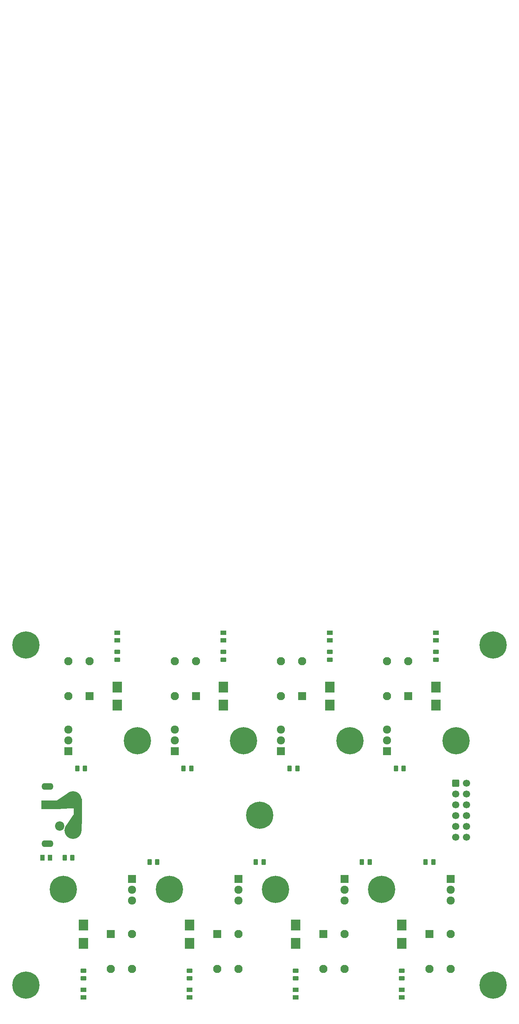
<source format=gbr>
G04 #@! TF.GenerationSoftware,KiCad,Pcbnew,(6.0.5)*
G04 #@! TF.CreationDate,2022-06-25T18:23:24-07:00*
G04 #@! TF.ProjectId,solid_state_relays_24v,736f6c69-645f-4737-9461-74655f72656c,0.0.6*
G04 #@! TF.SameCoordinates,Original*
G04 #@! TF.FileFunction,Soldermask,Top*
G04 #@! TF.FilePolarity,Negative*
%FSLAX46Y46*%
G04 Gerber Fmt 4.6, Leading zero omitted, Abs format (unit mm)*
G04 Created by KiCad (PCBNEW (6.0.5)) date 2022-06-25 18:23:24*
%MOMM*%
%LPD*%
G01*
G04 APERTURE LIST*
G04 Aperture macros list*
%AMRoundRect*
0 Rectangle with rounded corners*
0 $1 Rounding radius*
0 $2 $3 $4 $5 $6 $7 $8 $9 X,Y pos of 4 corners*
0 Add a 4 corners polygon primitive as box body*
4,1,4,$2,$3,$4,$5,$6,$7,$8,$9,$2,$3,0*
0 Add four circle primitives for the rounded corners*
1,1,$1+$1,$2,$3*
1,1,$1+$1,$4,$5*
1,1,$1+$1,$6,$7*
1,1,$1+$1,$8,$9*
0 Add four rect primitives between the rounded corners*
20,1,$1+$1,$2,$3,$4,$5,0*
20,1,$1+$1,$4,$5,$6,$7,0*
20,1,$1+$1,$6,$7,$8,$9,0*
20,1,$1+$1,$8,$9,$2,$3,0*%
%AMFreePoly0*
4,1,49,2.135355,7.464855,2.150000,7.429500,2.150000,3.175000,2.148124,3.170471,2.148343,3.170047,2.149457,3.156966,2.153880,3.144602,1.999446,0.007822,2.000000,0.000000,1.996053,-0.125581,1.958446,-0.405575,1.881762,-0.677476,1.767531,-0.935860,1.618034,-1.175571,1.436253,-1.391826,1.225814,-1.580310,0.990917,-1.737263,0.736249,-1.859553,0.466891,-1.944740,0.188217,-1.991124,
-0.094213,-1.997780,-0.374763,-1.964575,-0.647835,-1.892171,-0.907981,-1.782013,-1.150011,-1.636299,-1.369094,-1.457937,-1.560861,-1.250485,-1.721484,-1.018083,-1.847759,-0.765367,-1.937166,-0.497380,-1.987922,-0.219469,-1.999013,0.062822,-1.970219,0.343858,-1.902113,0.618034,-1.796055,0.879878,-1.775958,0.914478,-1.775454,0.916957,-1.768707,0.926961,-1.654161,1.124167,-1.526461,1.286153,
0.066046,3.647457,0.079502,3.656364,0.091689,3.666934,0.167860,3.692324,0.167860,7.429500,0.182505,7.464855,0.217860,7.479500,2.100000,7.479500,2.135355,7.464855,2.135355,7.464855,$1*%
%AMFreePoly1*
4,1,47,-0.199145,7.464855,-0.184500,7.429500,-0.184500,3.805567,-0.165806,3.789025,-0.162929,3.783124,-0.157457,3.779494,1.488463,1.333474,1.488900,1.331313,1.520812,1.298896,1.688656,1.071654,1.822807,0.823029,1.920587,0.557982,1.980047,0.281802,2.000000,0.000000,1.996053,-0.125581,1.958446,-0.405575,1.881762,-0.677476,1.767531,-0.935860,1.618034,-1.175571,1.436253,-1.391826,
1.225814,-1.580310,0.990917,-1.737263,0.736249,-1.859553,0.466891,-1.944740,0.188217,-1.991124,-0.094213,-1.997780,-0.374763,-1.964575,-0.647835,-1.892171,-0.907981,-1.782013,-1.150011,-1.636299,-1.369094,-1.457937,-1.560861,-1.250485,-1.721484,-1.018083,-1.847759,-0.765367,-1.937166,-0.497380,-1.987922,-0.219469,-1.990619,-0.150827,-1.995069,-0.146434,-1.995127,-0.137495,-1.998942,-0.129411,
-2.157387,3.152662,-2.166640,3.175000,-2.166640,7.429500,-2.151995,7.464855,-2.116640,7.479500,-0.234500,7.479500,-0.199145,7.464855,-0.199145,7.464855,$1*%
G04 Aperture macros list end*
%ADD10C,0.800000*%
%ADD11C,6.400000*%
%ADD12R,1.000000X1.400000*%
%ADD13RoundRect,0.250000X-0.262500X-0.450000X0.262500X-0.450000X0.262500X0.450000X-0.262500X0.450000X0*%
%ADD14R,2.300000X2.500000*%
%ADD15RoundRect,0.250000X0.262500X0.450000X-0.262500X0.450000X-0.262500X-0.450000X0.262500X-0.450000X0*%
%ADD16RoundRect,0.250000X0.450000X-0.262500X0.450000X0.262500X-0.450000X0.262500X-0.450000X-0.262500X0*%
%ADD17R,1.950000X1.950000*%
%ADD18C,1.950000*%
%ADD19R,1.400000X1.000000*%
%ADD20RoundRect,0.250000X-0.450000X0.262500X-0.450000X-0.262500X0.450000X-0.262500X0.450000X0.262500X0*%
%ADD21RoundRect,0.250000X-0.600000X-0.600000X0.600000X-0.600000X0.600000X0.600000X-0.600000X0.600000X0*%
%ADD22C,1.700000*%
%ADD23O,2.800000X1.600000*%
%ADD24FreePoly0,90.000000*%
%ADD25C,2.200000*%
%ADD26FreePoly1,90.000000*%
%ADD27R,1.920000X1.920000*%
%ADD28C,1.920000*%
G04 APERTURE END LIST*
D10*
G04 #@! TO.C,H1*
X53302944Y-53302944D03*
D11*
X55000000Y-55000000D03*
D10*
X57400000Y-55000000D03*
X53302944Y-56697056D03*
X56697056Y-53302944D03*
X55000000Y-52600000D03*
X52600000Y-55000000D03*
X55000000Y-57400000D03*
X56697056Y-56697056D03*
G04 #@! TD*
D12*
G04 #@! TO.C,LEDP1*
X60650000Y-105000000D03*
X58850000Y-105000000D03*
G04 #@! TD*
D13*
G04 #@! TO.C,RP4*
X142087500Y-84000000D03*
X143912500Y-84000000D03*
G04 #@! TD*
D14*
G04 #@! TO.C,TVS1*
X76500000Y-69150000D03*
X76500000Y-64850000D03*
G04 #@! TD*
D10*
G04 #@! TO.C,H4*
X53302944Y-133302944D03*
X56697056Y-136697056D03*
X56697056Y-133302944D03*
X57400000Y-135000000D03*
X53302944Y-136697056D03*
X52600000Y-135000000D03*
X55000000Y-137400000D03*
X55000000Y-132600000D03*
D11*
X55000000Y-135000000D03*
G04 #@! TD*
D13*
G04 #@! TO.C,RP1*
X67087500Y-84000000D03*
X68912500Y-84000000D03*
G04 #@! TD*
D14*
G04 #@! TO.C,TVS5*
X143500000Y-120850000D03*
X143500000Y-125150000D03*
G04 #@! TD*
D13*
G04 #@! TO.C,RP5*
X149087500Y-106000000D03*
X150912500Y-106000000D03*
G04 #@! TD*
D11*
G04 #@! TO.C,HQ2*
X106250000Y-77500000D03*
D10*
X107947056Y-75802944D03*
X107947056Y-79197056D03*
X106250000Y-75100000D03*
X103850000Y-77500000D03*
X104552944Y-79197056D03*
X108650000Y-77500000D03*
X106250000Y-79900000D03*
X104552944Y-75802944D03*
G04 #@! TD*
D14*
G04 #@! TO.C,TVS2*
X101500000Y-69150000D03*
X101500000Y-64850000D03*
G04 #@! TD*
D15*
G04 #@! TO.C,RP6*
X135912500Y-106000000D03*
X134087500Y-106000000D03*
G04 #@! TD*
D10*
G04 #@! TO.C,H2*
X163302944Y-56697056D03*
X165000000Y-52600000D03*
D11*
X165000000Y-55000000D03*
D10*
X162600000Y-55000000D03*
X165000000Y-57400000D03*
X166697056Y-53302944D03*
X163302944Y-53302944D03*
X167400000Y-55000000D03*
X166697056Y-56697056D03*
G04 #@! TD*
G04 #@! TO.C,HQ1*
X81250000Y-75100000D03*
X78850000Y-77500000D03*
D11*
X81250000Y-77500000D03*
D10*
X79552944Y-75802944D03*
X82947056Y-79197056D03*
X83650000Y-77500000D03*
X81250000Y-79900000D03*
X82947056Y-75802944D03*
X79552944Y-79197056D03*
G04 #@! TD*
D13*
G04 #@! TO.C,RP2*
X92087500Y-84000000D03*
X93912500Y-84000000D03*
G04 #@! TD*
D14*
G04 #@! TO.C,TVS8*
X68500000Y-120850000D03*
X68500000Y-125150000D03*
G04 #@! TD*
D16*
G04 #@! TO.C,RL6*
X118500000Y-133412500D03*
X118500000Y-131587500D03*
G04 #@! TD*
D17*
G04 #@! TO.C,J2*
X95000000Y-67000000D03*
D18*
X95000000Y-58800000D03*
X90000000Y-67000000D03*
X90000000Y-58800000D03*
G04 #@! TD*
D14*
G04 #@! TO.C,TVS3*
X126500000Y-69150000D03*
X126500000Y-64850000D03*
G04 #@! TD*
D19*
G04 #@! TO.C,LED7*
X93500000Y-137900000D03*
X93500000Y-136100000D03*
G04 #@! TD*
D11*
G04 #@! TO.C,H3*
X165000000Y-135000000D03*
D10*
X166697056Y-133302944D03*
X167400000Y-135000000D03*
X166697056Y-136697056D03*
X165000000Y-132600000D03*
X162600000Y-135000000D03*
X165000000Y-137400000D03*
X163302944Y-136697056D03*
X163302944Y-133302944D03*
G04 #@! TD*
D17*
G04 #@! TO.C,J1*
X70000000Y-67000000D03*
D18*
X70000000Y-58800000D03*
X65000000Y-67000000D03*
X65000000Y-58800000D03*
G04 #@! TD*
D20*
G04 #@! TO.C,RL4*
X151500000Y-56587500D03*
X151500000Y-58412500D03*
G04 #@! TD*
D10*
G04 #@! TO.C,HQ7*
X91150000Y-112500000D03*
X88750000Y-110100000D03*
D11*
X88750000Y-112500000D03*
D10*
X90447056Y-114197056D03*
X87052944Y-114197056D03*
X87052944Y-110802944D03*
X86350000Y-112500000D03*
X90447056Y-110802944D03*
X88750000Y-114900000D03*
G04 #@! TD*
D17*
G04 #@! TO.C,J6*
X125000000Y-123000000D03*
D18*
X125000000Y-131200000D03*
X130000000Y-123000000D03*
X130000000Y-131200000D03*
G04 #@! TD*
D16*
G04 #@! TO.C,RL7*
X93500000Y-133412500D03*
X93500000Y-131587500D03*
G04 #@! TD*
D14*
G04 #@! TO.C,TVS6*
X118500000Y-120850000D03*
X118500000Y-125150000D03*
G04 #@! TD*
D16*
G04 #@! TO.C,RL5*
X143500000Y-133412500D03*
X143500000Y-131587500D03*
G04 #@! TD*
D19*
G04 #@! TO.C,LED3*
X126500000Y-52100000D03*
X126500000Y-53900000D03*
G04 #@! TD*
G04 #@! TO.C,LED5*
X143500000Y-137900000D03*
X143500000Y-136100000D03*
G04 #@! TD*
D17*
G04 #@! TO.C,J4*
X145000000Y-67000000D03*
D18*
X145000000Y-58800000D03*
X140000000Y-67000000D03*
X140000000Y-58800000D03*
G04 #@! TD*
D13*
G04 #@! TO.C,RP3*
X117087500Y-84000000D03*
X118912500Y-84000000D03*
G04 #@! TD*
D17*
G04 #@! TO.C,J3*
X120000000Y-67000000D03*
D18*
X120000000Y-58800000D03*
X115000000Y-67000000D03*
X115000000Y-58800000D03*
G04 #@! TD*
D15*
G04 #@! TO.C,RP7*
X110912500Y-106000000D03*
X109087500Y-106000000D03*
G04 #@! TD*
D21*
G04 #@! TO.C,JCNTL1*
X156200000Y-87500000D03*
D22*
X158740000Y-87500000D03*
X156200000Y-90040000D03*
X158740000Y-90040000D03*
X156200000Y-92580000D03*
X158740000Y-92580000D03*
X156200000Y-95120000D03*
X158740000Y-95120000D03*
X156200000Y-97660000D03*
X158740000Y-97660000D03*
X156200000Y-100200000D03*
X158740000Y-100200000D03*
G04 #@! TD*
D10*
G04 #@! TO.C,HQ6*
X112052944Y-114197056D03*
X115447056Y-110802944D03*
X111350000Y-112500000D03*
D11*
X113750000Y-112500000D03*
D10*
X113750000Y-110100000D03*
X113750000Y-114900000D03*
X116150000Y-112500000D03*
X115447056Y-114197056D03*
X112052944Y-110802944D03*
G04 #@! TD*
G04 #@! TO.C,HQ8*
X65447056Y-110802944D03*
X65447056Y-114197056D03*
X63750000Y-114900000D03*
D11*
X63750000Y-112500000D03*
D10*
X61350000Y-112500000D03*
X62052944Y-114197056D03*
X66150000Y-112500000D03*
X62052944Y-110802944D03*
X63750000Y-110100000D03*
G04 #@! TD*
D16*
G04 #@! TO.C,RL8*
X68500000Y-133412500D03*
X68500000Y-131587500D03*
G04 #@! TD*
D17*
G04 #@! TO.C,J8*
X75000000Y-123000000D03*
D18*
X75000000Y-131200000D03*
X80000000Y-123000000D03*
X80000000Y-131200000D03*
G04 #@! TD*
D23*
G04 #@! TO.C,JPWR1*
X60100000Y-88250000D03*
X60100000Y-101750000D03*
D24*
X66100000Y-98600000D03*
D25*
X62925000Y-97540000D03*
D26*
X66100000Y-91400000D03*
D25*
X62925000Y-92460000D03*
G04 #@! TD*
D14*
G04 #@! TO.C,TVS4*
X151500000Y-69150000D03*
X151500000Y-64850000D03*
G04 #@! TD*
D19*
G04 #@! TO.C,LED1*
X76500000Y-53900000D03*
X76500000Y-52100000D03*
G04 #@! TD*
D10*
G04 #@! TO.C,HC1*
X108302944Y-96697056D03*
X111697056Y-96697056D03*
X108302944Y-93302944D03*
D11*
X110000000Y-95000000D03*
D10*
X110000000Y-97400000D03*
X112400000Y-95000000D03*
X107600000Y-95000000D03*
X110000000Y-92600000D03*
X111697056Y-93302944D03*
G04 #@! TD*
D20*
G04 #@! TO.C,RL2*
X101500000Y-56587500D03*
X101500000Y-58412500D03*
G04 #@! TD*
D15*
G04 #@! TO.C,RP8*
X85912500Y-106000000D03*
X84087500Y-106000000D03*
G04 #@! TD*
D19*
G04 #@! TO.C,LED2*
X101500000Y-52100000D03*
X101500000Y-53900000D03*
G04 #@! TD*
D20*
G04 #@! TO.C,RL1*
X76500000Y-56587500D03*
X76500000Y-58412500D03*
G04 #@! TD*
D19*
G04 #@! TO.C,LED4*
X151500000Y-52100000D03*
X151500000Y-53900000D03*
G04 #@! TD*
D17*
G04 #@! TO.C,J7*
X100000000Y-123000000D03*
D18*
X100000000Y-131200000D03*
X105000000Y-123000000D03*
X105000000Y-131200000D03*
G04 #@! TD*
D15*
G04 #@! TO.C,R1*
X65912500Y-105000000D03*
X64087500Y-105000000D03*
G04 #@! TD*
D17*
G04 #@! TO.C,J5*
X150000000Y-123000000D03*
D18*
X150000000Y-131200000D03*
X155000000Y-123000000D03*
X155000000Y-131200000D03*
G04 #@! TD*
D11*
G04 #@! TO.C,HQ5*
X138750000Y-112500000D03*
D10*
X137052944Y-114197056D03*
X141150000Y-112500000D03*
X136350000Y-112500000D03*
X140447056Y-110802944D03*
X138750000Y-114900000D03*
X140447056Y-114197056D03*
X137052944Y-110802944D03*
X138750000Y-110100000D03*
G04 #@! TD*
D19*
G04 #@! TO.C,LED6*
X118500000Y-137900000D03*
X118500000Y-136100000D03*
G04 #@! TD*
D14*
G04 #@! TO.C,TVS7*
X93500000Y-120850000D03*
X93500000Y-125150000D03*
G04 #@! TD*
D10*
G04 #@! TO.C,HQ4*
X154552944Y-79197056D03*
X156250000Y-75100000D03*
D11*
X156250000Y-77500000D03*
D10*
X158650000Y-77500000D03*
X157947056Y-79197056D03*
X154552944Y-75802944D03*
X156250000Y-79900000D03*
X157947056Y-75802944D03*
X153850000Y-77500000D03*
G04 #@! TD*
D19*
G04 #@! TO.C,LED8*
X68500000Y-137900000D03*
X68500000Y-136100000D03*
G04 #@! TD*
D20*
G04 #@! TO.C,RL3*
X126500000Y-56587500D03*
X126500000Y-58412500D03*
G04 #@! TD*
D10*
G04 #@! TO.C,HQ3*
X131250000Y-75100000D03*
X129552944Y-79197056D03*
X132947056Y-79197056D03*
X129552944Y-75802944D03*
D11*
X131250000Y-77500000D03*
D10*
X128850000Y-77500000D03*
X133650000Y-77500000D03*
X132947056Y-75802944D03*
X131250000Y-79900000D03*
G04 #@! TD*
D27*
G04 #@! TO.C,Q5*
X155000000Y-110000000D03*
D28*
X155000000Y-112540000D03*
X155000000Y-115080000D03*
G04 #@! TD*
D27*
G04 #@! TO.C,Q4*
X140000000Y-80000000D03*
D28*
X140000000Y-77460000D03*
X140000000Y-74920000D03*
G04 #@! TD*
D27*
G04 #@! TO.C,Q1*
X65000000Y-80000000D03*
D28*
X65000000Y-77460000D03*
X65000000Y-74920000D03*
G04 #@! TD*
D27*
G04 #@! TO.C,Q8*
X80000000Y-110000000D03*
D28*
X80000000Y-112540000D03*
X80000000Y-115080000D03*
G04 #@! TD*
D27*
G04 #@! TO.C,Q2*
X90000000Y-80000000D03*
D28*
X90000000Y-77460000D03*
X90000000Y-74920000D03*
G04 #@! TD*
D27*
G04 #@! TO.C,Q3*
X115000000Y-80000000D03*
D28*
X115000000Y-77460000D03*
X115000000Y-74920000D03*
G04 #@! TD*
D27*
G04 #@! TO.C,Q6*
X130000000Y-110000000D03*
D28*
X130000000Y-112540000D03*
X130000000Y-115080000D03*
G04 #@! TD*
D27*
G04 #@! TO.C,Q7*
X105000000Y-110000000D03*
D28*
X105000000Y-112540000D03*
X105000000Y-115080000D03*
G04 #@! TD*
M02*

</source>
